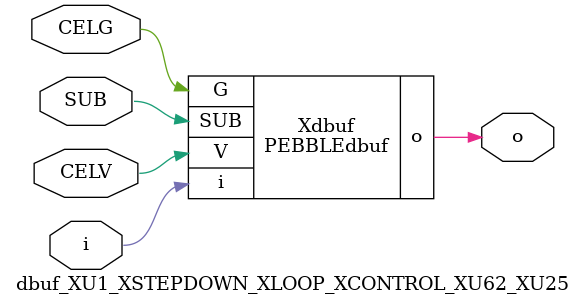
<source format=v>



module PEBBLEdbuf ( o, G, SUB, V, i );

  input V;
  input i;
  input G;
  output o;
  input SUB;
endmodule

//Celera Confidential Do Not Copy dbuf_XU1_XSTEPDOWN_XLOOP_XCONTROL_XU62_XU25
//Celera Confidential Symbol Generator
//Digital Buffer
module dbuf_XU1_XSTEPDOWN_XLOOP_XCONTROL_XU62_XU25 (CELV,CELG,i,o,SUB);
input CELV;
input CELG;
input i;
input SUB;
output o;

//Celera Confidential Do Not Copy dbuf
PEBBLEdbuf Xdbuf(
.V (CELV),
.i (i),
.o (o),
.SUB (SUB),
.G (CELG)
);
//,diesize,PEBBLEdbuf

//Celera Confidential Do Not Copy Module End
//Celera Schematic Generator
endmodule

</source>
